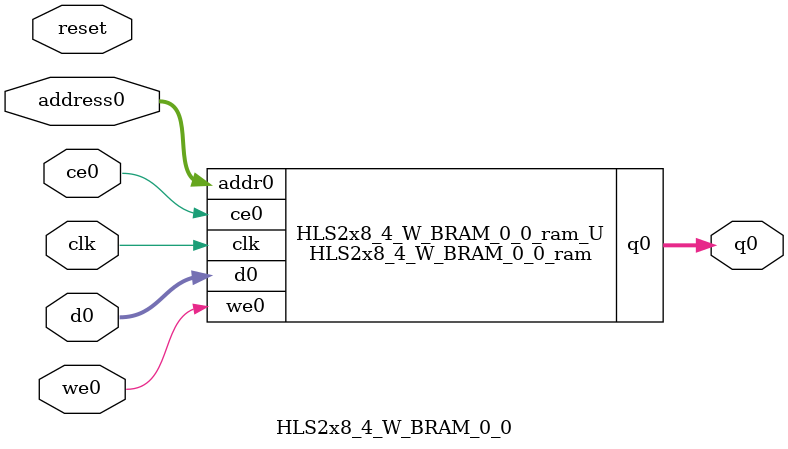
<source format=v>

`timescale 1 ns / 1 ps
module HLS2x8_4_W_BRAM_0_0_ram (addr0, ce0, d0, we0, q0,  clk);

parameter DWIDTH = 16;
parameter AWIDTH = 4;
parameter MEM_SIZE = 9;

input[AWIDTH-1:0] addr0;
input ce0;
input[DWIDTH-1:0] d0;
input we0;
output reg[DWIDTH-1:0] q0;
input clk;

(* ram_style = "distributed" *)reg [DWIDTH-1:0] ram[0:MEM_SIZE-1];




always @(posedge clk)  
begin 
    if (ce0) 
    begin
        if (we0) 
        begin 
            ram[addr0] <= d0; 
            q0 <= d0;
        end 
        else 
            q0 <= ram[addr0];
    end
end


endmodule


`timescale 1 ns / 1 ps
module HLS2x8_4_W_BRAM_0_0(
    reset,
    clk,
    address0,
    ce0,
    we0,
    d0,
    q0);

parameter DataWidth = 32'd16;
parameter AddressRange = 32'd9;
parameter AddressWidth = 32'd4;
input reset;
input clk;
input[AddressWidth - 1:0] address0;
input ce0;
input we0;
input[DataWidth - 1:0] d0;
output[DataWidth - 1:0] q0;



HLS2x8_4_W_BRAM_0_0_ram HLS2x8_4_W_BRAM_0_0_ram_U(
    .clk( clk ),
    .addr0( address0 ),
    .ce0( ce0 ),
    .d0( d0 ),
    .we0( we0 ),
    .q0( q0 ));

endmodule


</source>
